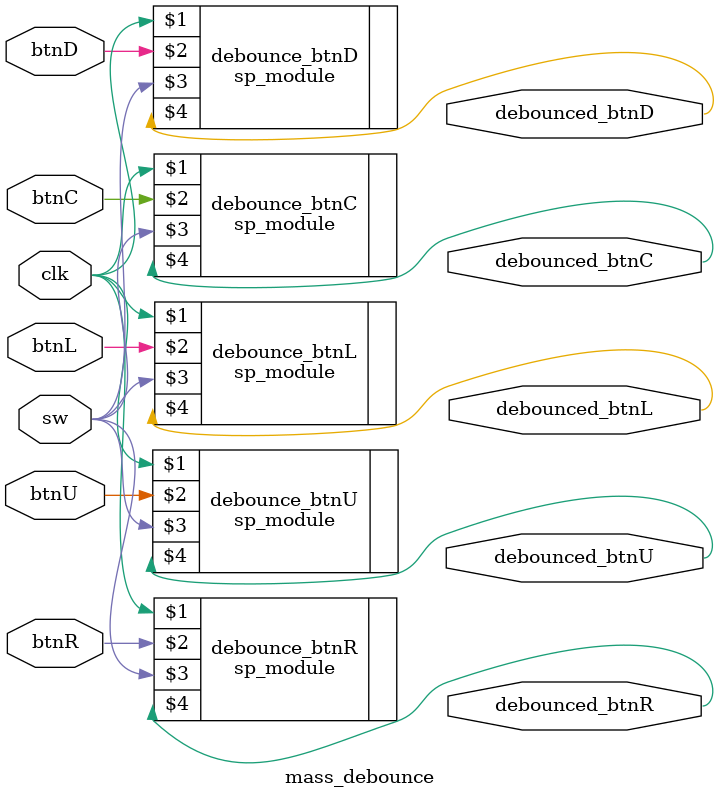
<source format=v>
`timescale 1ns / 1ps


module mass_debounce(
    input clk, btnL, btnR, btnU, btnD, btnC, sw,
    output debounced_btnL, debounced_btnR, debounced_btnU, debounced_btnD, debounced_btnC
    );
    
    sp_module debounce_btnL(clk, btnL, sw, debounced_btnL);
    sp_module debounce_btnR(clk, btnR, sw, debounced_btnR);      
    sp_module debounce_btnU(clk, btnU, sw, debounced_btnU);
    sp_module debounce_btnD(clk, btnD, sw, debounced_btnD);    
    sp_module debounce_btnC(clk, btnC, sw, debounced_btnC);  
    
endmodule

</source>
